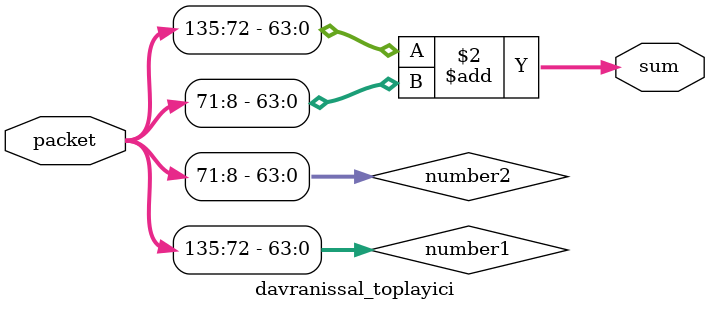
<source format=v>
`timescale 1ns / 1ps


module davranissal_toplayici(
    input [151:0] packet,
    output reg [64:0] sum
    );
    
    wire [63:0] number1 = packet[135:72];
    wire [63:0] number2 = packet[71:8];
    always@(*) begin
        sum = number1 + number2;
    end
    
endmodule

</source>
